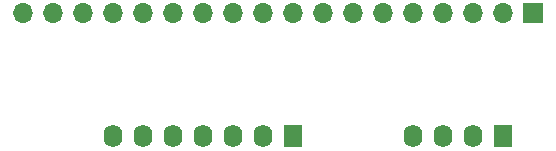
<source format=gbr>
%TF.GenerationSoftware,KiCad,Pcbnew,7.0.10-7.0.10~ubuntu22.04.1*%
%TF.CreationDate,2024-01-05T19:06:28-08:00*%
%TF.ProjectId,NX-ButtonInterface,4e582d42-7574-4746-9f6e-496e74657266,rev?*%
%TF.SameCoordinates,Original*%
%TF.FileFunction,Soldermask,Bot*%
%TF.FilePolarity,Negative*%
%FSLAX46Y46*%
G04 Gerber Fmt 4.6, Leading zero omitted, Abs format (unit mm)*
G04 Created by KiCad (PCBNEW 7.0.10-7.0.10~ubuntu22.04.1) date 2024-01-05 19:06:28*
%MOMM*%
%LPD*%
G01*
G04 APERTURE LIST*
%ADD10R,1.600200X1.905000*%
%ADD11O,1.600200X1.905000*%
%ADD12R,1.700000X1.700000*%
%ADD13O,1.700000X1.700000*%
G04 APERTURE END LIST*
D10*
%TO.C,J3*%
X109601000Y-103378000D03*
D11*
X107061000Y-103378000D03*
X104521000Y-103378000D03*
X101981000Y-103378000D03*
X99441000Y-103378000D03*
X96901000Y-103378000D03*
X94361000Y-103378000D03*
%TD*%
D10*
%TO.C,J2*%
X127381000Y-103378000D03*
D11*
X124841000Y-103378000D03*
X122301000Y-103378000D03*
X119761000Y-103378000D03*
%TD*%
D12*
%TO.C,J1*%
X129921000Y-92964000D03*
D13*
X127381000Y-92964000D03*
X124841000Y-92964000D03*
X122301000Y-92964000D03*
X119761000Y-92964000D03*
X117221000Y-92964000D03*
X114681000Y-92964000D03*
X112141000Y-92964000D03*
X109601000Y-92964000D03*
X107061000Y-92964000D03*
X104521000Y-92964000D03*
X101981000Y-92964000D03*
X99441000Y-92964000D03*
X96901000Y-92964000D03*
X94361000Y-92964000D03*
X91821000Y-92964000D03*
X89281000Y-92964000D03*
X86741000Y-92964000D03*
%TD*%
M02*

</source>
